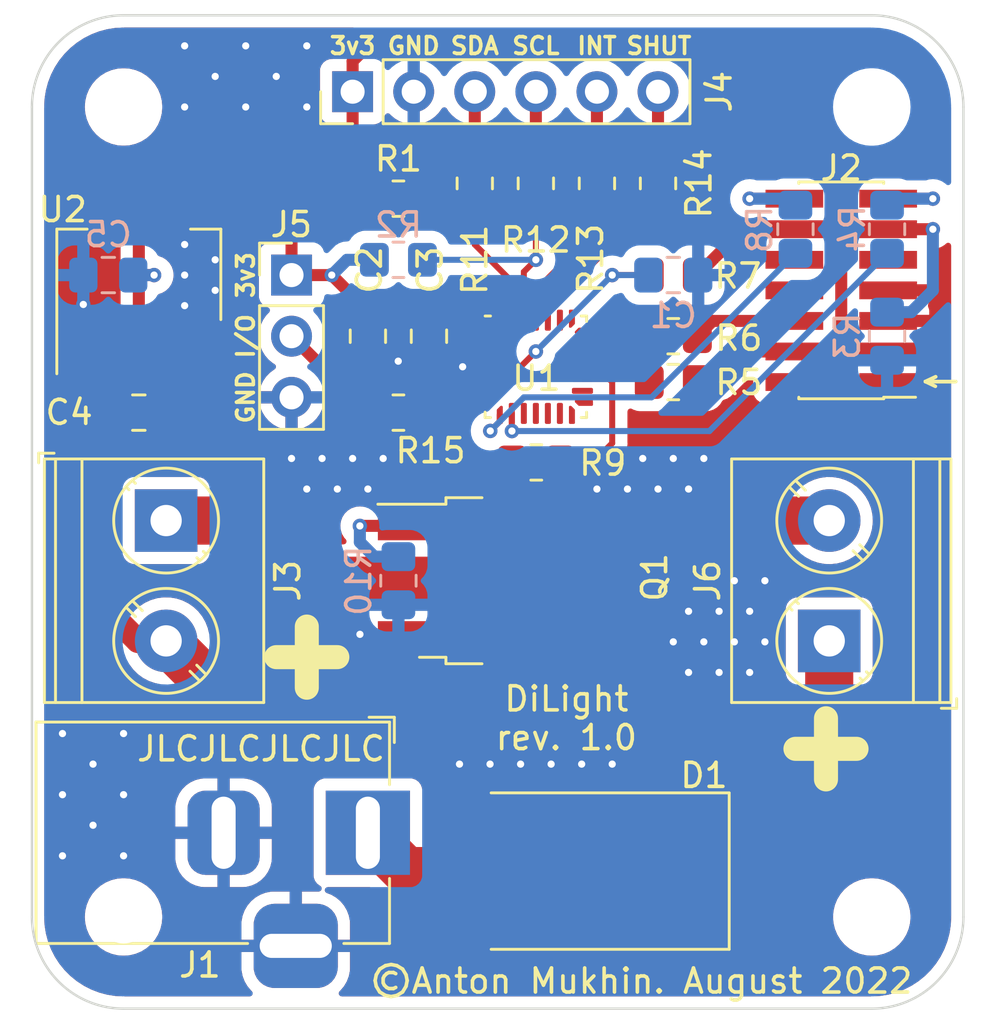
<source format=kicad_pcb>
(kicad_pcb (version 20211014) (generator pcbnew)
  (layers (0 "F.Cu" signal) (31 "B.Cu" signal) (34 "B.Paste" user) (35 "F.Paste" user) (36 "B.SilkS" user "B.Silkscreen") (37 "F.SilkS" user "F.Silkscreen") (38 "B.Mask" user) (39 "F.Mask" user) (44 "Edge.Cuts" user))
  (net 0 "")
  (net 1 "NRST")
  (net 2 "GND")
  (net 3 "+3V3")
  (net 4 "+12V")
  (net 5 "Net-(D1-Pad2)")
  (net 8 "Net-(J2-Pad4)")
  (net 9 "Net-(J2-Pad6)")
  (net 13 "Net-(J2-Pad11)")
  (net 14 "Net-(J2-Pad12)")
  (net 15 "Net-(J2-Pad13)")
  (net 16 "Net-(J2-Pad14)")
  (net 17 "Net-(J5-Pad2)")
  (net 18 "Sens_SDA")
  (net 19 "Sens_SCL")
  (net 20 "UART_RX")
  (net 21 "SWDIO")
  (net 22 "SWCLK")
  (net 23 "UART_TX")
  (net 24 "Net-(R9-Pad1)")
  (net 25 "Sens_INT")
  (net 26 "Sens_SHUT")
  (net 27 "Btn_INT")
  (net 43 "Net-(R10-Pad1)")
  (net 44 "Net-(Q1-Pad2)")
  (net 45 "Net-(R11-Pad2)")
  (net 46 "Net-(R12-Pad2)")
  (net 47 "Net-(R13-Pad2)")
  (net 48 "Net-(R14-Pad2)")
  (footprint "Capacitor_SMD:C_0805_2012Metric_Pad1.18x1.45mm_HandSolder" (layer "F.Cu") (at 27.305 26.67 -90)
    (fp_text reference "C2" (at -2.748692 -0.061542 90) (layer "F.SilkS"))
    (fp_text value "4u7")
    (pad "1" smd roundrect (at -1.0375 0 270) (size 1.175 1.45) (layers "F.Cu" "F.Paste" "F.Mask") (roundrect_rratio 0.212766) (net 3 "+3V3"))
    (pad "2" smd roundrect (at 1.0375 0 270) (size 1.175 1.45) (layers "F.Cu" "F.Paste" "F.Mask") (roundrect_rratio 0.212766) (net 2 "GND"))
  )
  (footprint "Resistor_SMD:R_0805_2012Metric_Pad1.20x1.40mm_HandSolder" (layer "F.Cu") (at 40.005 24.13)
    (fp_text reference "R7" (at 2.689273 0.040732) (layer "F.SilkS"))
    (fp_text value "22")
    (pad "1" smd roundrect (at -1 0) (size 1.2 1.4) (layers "F.Cu" "F.Paste" "F.Mask") (roundrect_rratio 0.208333) (net 1 "NRST"))
    (pad "2" smd roundrect (at 1 0) (size 1.2 1.4) (layers "F.Cu" "F.Paste" "F.Mask") (roundrect_rratio 0.208333) (net 14 "Net-(J2-Pad12)"))
  )
  (footprint "MountingHole:MountingHole_2.2mm_M2_DIN965" (layer "F.Cu") (at 17.145 50.8)
    (fp_text reference "H3" hide)
    (fp_text value "M2")
    (pad "" np_thru_hole circle (at 0 0) (size 2.2 2.2) (drill 2.2) (layers *.Cu *.Mask))
  )
  (footprint "Diode_SMD:D_SMB-SMC_Universal_Handsoldering" (layer "F.Cu") (at 36.83 48.895 180)
    (fp_text reference "D1" (at -4.450793 3.976894) (layer "F.SilkS"))
    (fp_text value "SS1045")
    (pad "1" smd trapezoid (at -3.2 0 180) (size 4.3 2.6) (rect_delta 1 0) (layers "F.Cu" "F.Paste" "F.Mask") (net 4 "+12V"))
    (pad "2" smd trapezoid (at 3.2 0) (size 4.3 2.6) (rect_delta 1 0) (layers "F.Cu" "F.Paste" "F.Mask") (net 5 "Net-(D1-Pad2)"))
  )
  (footprint "Capacitor_SMD:C_0805_2012Metric_Pad1.18x1.45mm_HandSolder" (layer "F.Cu") (at 17.78 29.845 180)
    (fp_text reference "C4" (at 2.898973 0.009814) (layer "F.SilkS"))
    (fp_text value "10u")
    (pad "1" smd roundrect (at -1.0375 0 180) (size 1.175 1.45) (layers "F.Cu" "F.Paste" "F.Mask") (roundrect_rratio 0.212766) (net 4 "+12V"))
    (pad "2" smd roundrect (at 1.0375 0 180) (size 1.175 1.45) (layers "F.Cu" "F.Paste" "F.Mask") (roundrect_rratio 0.212766) (net 2 "GND"))
  )
  (footprint "Package_TO_SOT_SMD:SOT-223-3_TabPin2" (layer "F.Cu") (at 17.78 24.13 90)
    (fp_text reference "U2" (at 2.721496 -3.164771 180) (layer "F.SilkS"))
    (fp_text value "AMS1117-3.3")
    (pad "1" smd rect (at -3.15 -2.3 90) (size 2 1.5) (layers "F.Cu" "F.Paste" "F.Mask") (net 2 "GND"))
    (pad "2" smd rect (at -3.15 0 90) (size 2 1.5) (layers "F.Cu" "F.Paste" "F.Mask") (net 3 "+3V3"))
    (pad "2" smd rect (at 3.15 0 90) (size 2 3.8) (layers "F.Cu" "F.Paste" "F.Mask") (net 3 "+3V3"))
    (pad "3" smd rect (at -3.15 2.3 90) (size 2 1.5) (layers "F.Cu" "F.Paste" "F.Mask") (net 4 "+12V"))
  )
  (footprint "Resistor_SMD:R_0805_2012Metric_Pad1.20x1.40mm_HandSolder" (layer "F.Cu") (at 28.575 20.955)
    (fp_text reference "R1" (at 0 -1.65) (layer "F.SilkS"))
    (fp_text value "10k")
    (pad "1" smd roundrect (at -1 0) (size 1.2 1.4) (layers "F.Cu" "F.Paste" "F.Mask") (roundrect_rratio 0.208333) (net 3 "+3V3"))
    (pad "2" smd roundrect (at 1 0) (size 1.2 1.4) (layers "F.Cu" "F.Paste" "F.Mask") (roundrect_rratio 0.208333) (net 18 "Sens_SDA"))
  )
  (footprint "MountingHole:MountingHole_2.2mm_M2_DIN965" (layer "F.Cu") (at 48.26 50.8)
    (fp_text reference "H4" hide)
    (fp_text value "M2")
    (pad "" np_thru_hole circle (at 0 0) (size 2.2 2.2) (drill 2.2) (layers *.Cu *.Mask))
  )
  (footprint "Resistor_SMD:R_0805_2012Metric_Pad1.20x1.40mm_HandSolder" (layer "F.Cu") (at 34.29 20.32 90)
    (fp_text reference "R12" (at -2.352414 -0.002958 180) (layer "F.SilkS"))
    (fp_text value "100")
    (pad "1" smd roundrect (at -1 0 90) (size 1.2 1.4) (layers "F.Cu" "F.Paste" "F.Mask") (roundrect_rratio 0.208333) (net 19 "Sens_SCL"))
    (pad "2" smd roundrect (at 1 0 90) (size 1.2 1.4) (layers "F.Cu" "F.Paste" "F.Mask") (roundrect_rratio 0.208333) (net 46 "Net-(R12-Pad2)"))
  )
  (footprint "Connector_PinHeader_2.54mm:PinHeader_1x06_P2.54mm_Vertical" (layer "F.Cu") (at 26.67 16.51 90)
    (fp_text reference "J4" (at 0 15.24 90) (layer "F.SilkS"))
    (fp_text value "Sensor")
    (pad "1" thru_hole rect (at 0 0 90) (size 1.7 1.7) (drill 1) (layers *.Cu *.Mask) (net 3 "+3V3"))
    (pad "2" thru_hole oval (at 0 2.54 90) (size 1.7 1.7) (drill 1) (layers *.Cu *.Mask) (net 2 "GND"))
    (pad "3" thru_hole oval (at 0 5.08 90) (size 1.7 1.7) (drill 1) (layers *.Cu *.Mask) (net 45 "Net-(R11-Pad2)"))
    (pad "4" thru_hole oval (at 0 7.62 90) (size 1.7 1.7) (drill 1) (layers *.Cu *.Mask) (net 46 "Net-(R12-Pad2)"))
    (pad "5" thru_hole oval (at 0 10.16 90) (size 1.7 1.7) (drill 1) (layers *.Cu *.Mask) (net 47 "Net-(R13-Pad2)"))
    (pad "6" thru_hole oval (at 0 12.7 90) (size 1.7 1.7) (drill 1) (layers *.Cu *.Mask) (net 48 "Net-(R14-Pad2)"))
  )
  (footprint "Resistor_SMD:R_0805_2012Metric_Pad1.20x1.40mm_HandSolder" (layer "F.Cu") (at 28.575 29.845)
    (fp_text reference "R15" (at 1.335562 1.583507) (layer "F.SilkS"))
    (fp_text value "100")
    (pad "1" smd roundrect (at -1 0) (size 1.2 1.4) (layers "F.Cu" "F.Paste" "F.Mask") (roundrect_rratio 0.208333) (net 17 "Net-(J5-Pad2)"))
    (pad "2" smd roundrect (at 1 0) (size 1.2 1.4) (layers "F.Cu" "F.Paste" "F.Mask") (roundrect_rratio 0.208333) (net 27 "Btn_INT"))
  )
  (footprint "Resistor_SMD:R_0805_2012Metric_Pad1.20x1.40mm_HandSolder" (layer "F.Cu") (at 36.83 20.32 90)
    (fp_text reference "R13" (at -3.132788 -0.264265 90) (layer "F.SilkS"))
    (fp_text value "100")
    (pad "1" smd roundrect (at -1 0 90) (size 1.2 1.4) (layers "F.Cu" "F.Paste" "F.Mask") (roundrect_rratio 0.208333) (net 25 "Sens_INT"))
    (pad "2" smd roundrect (at 1 0 90) (size 1.2 1.4) (layers "F.Cu" "F.Paste" "F.Mask") (roundrect_rratio 0.208333) (net 47 "Net-(R13-Pad2)"))
  )
  (footprint "MountingHole:MountingHole_2.2mm_M2_DIN965" (layer "F.Cu") (at 48.26 17.145)
    (fp_text reference "H2" hide)
    (fp_text value "M2")
    (pad "" np_thru_hole circle (at 0 0) (size 2.2 2.2) (drill 2.2) (layers *.Cu *.Mask))
  )
  (footprint "Connector_PinHeader_2.54mm:PinHeader_1x03_P2.54mm_Vertical" (layer "F.Cu") (at 24.13 24.13)
    (fp_text reference "J5" (at -0.009814 -2.097197) (layer "F.SilkS"))
    (fp_text value "Touch")
    (pad "1" thru_hole rect (at 0 0) (size 1.7 1.7) (drill 1) (layers *.Cu *.Mask) (net 3 "+3V3"))
    (pad "2" thru_hole oval (at 0 2.54) (size 1.7 1.7) (drill 1) (layers *.Cu *.Mask) (net 17 "Net-(J5-Pad2)"))
    (pad "3" thru_hole oval (at 0 5.08) (size 1.7 1.7) (drill 1) (layers *.Cu *.Mask) (net 2 "GND"))
  )
  (footprint "Package_TO_SOT_SMD:TO-252-2" (layer "F.Cu") (at 33.02 36.83)
    (fp_text reference "Q1" (at 6.208229 -0.141771 270) (layer "F.SilkS"))
    (fp_text value "AP2055K")
    (pad "1" smd rect (at -4.2 -2.28) (size 2.2 1.2) (layers "F.Cu" "F.Paste" "F.Mask") (net 43 "Net-(R10-Pad1)"))
    (pad "2" smd rect (at 2.1 0) (size 6.4 5.8) (layers "F.Cu" "F.Mask") (net 44 "Net-(Q1-Pad2)"))
    (pad "3" smd rect (at -4.2 2.28) (size 2.2 1.2) (layers "F.Cu" "F.Paste" "F.Mask") (net 2 "GND"))
  )
  (footprint "TerminalBlock_Phoenix:TerminalBlock_Phoenix_PT-1,5-2-5.0-H_1x02_P5.00mm_Horizontal" (layer "F.Cu") (at 18.915 34.33 -90)
    (fp_text reference "J3" (at 2.5 -5.06 -90) (layer "F.SilkS"))
    (fp_text value "LED strip")
    (pad "1" thru_hole rect (at 0 0 270) (size 2.6 2.6) (drill 1.3) (layers *.Cu *.Mask) (net 44 "Net-(Q1-Pad2)"))
    (pad "2" thru_hole circle (at 5 0 270) (size 2.6 2.6) (drill 1.3) (layers *.Cu *.Mask) (net 4 "+12V"))
  )
  (footprint "TerminalBlock_Phoenix:TerminalBlock_Phoenix_PT-1,5-2-5.0-H_1x02_P5.00mm_Horizontal" (layer "F.Cu") (at 46.49 39.33 90)
    (fp_text reference "J6" (at 2.5 -5.06 90) (layer "F.SilkS"))
    (fp_text value "LED strip")
    (pad "1" thru_hole rect (at 0 0 90) (size 2.6 2.6) (drill 1.3) (layers *.Cu *.Mask) (net 4 "+12V"))
    (pad "2" thru_hole circle (at 5 0 90) (size 2.6 2.6) (drill 1.3) (layers *.Cu *.Mask) (net 44 "Net-(Q1-Pad2)"))
  )
  (footprint "Capacitor_SMD:C_0805_2012Metric_Pad1.18x1.45mm_HandSolder" (layer "F.Cu") (at 29.845 26.67 -90)
    (fp_text reference "C3" (at -2.748692 -0.049954 90) (layer "F.SilkS"))
    (fp_text value "100n")
    (pad "1" smd roundrect (at -1.0375 0 270) (size 1.175 1.45) (layers "F.Cu" "F.Paste" "F.Mask") (roundrect_rratio 0.212766) (net 3 "+3V3"))
    (pad "2" smd roundrect (at 1.0375 0 270) (size 1.175 1.45) (layers "F.Cu" "F.Paste" "F.Mask") (roundrect_rratio 0.212766) (net 2 "GND"))
  )
  (footprint "Resistor_SMD:R_0805_2012Metric_Pad1.20x1.40mm_HandSolder" (layer "F.Cu") (at 40.005 28.575)
    (fp_text reference "R5" (at 2.726402 0.019627) (layer "F.SilkS"))
    (fp_text value "22")
    (pad "1" smd roundrect (at -1 0) (size 1.2 1.4) (layers "F.Cu" "F.Paste" "F.Mask") (roundrect_rratio 0.208333) (net 21 "SWDIO"))
    (pad "2" smd roundrect (at 1 0) (size 1.2 1.4) (layers "F.Cu" "F.Paste" "F.Mask") (roundrect_rratio 0.208333) (net 8 "Net-(J2-Pad4)"))
  )
  (footprint "Connector_BarrelJack:BarrelJack_Horizontal" (layer "F.Cu") (at 27.305 47.3025)
    (fp_text reference "J1" (at -6.985 5.494425) (layer "F.SilkS"))
    (fp_text value "12v IN")
    (pad "1" thru_hole rect (at 0 0) (size 3.5 3.5) (drill oval 1 3) (layers *.Cu *.Mask) (net 5 "Net-(D1-Pad2)"))
    (pad "2" thru_hole roundrect (at -6 0) (size 3 3.5) (drill oval 1 3) (layers *.Cu *.Mask) (net 2 "GND"))
    (pad "3" thru_hole roundrect (at -3 4.7) (size 3.5 3.5) (drill oval 3 1) (layers *.Cu *.Mask) (net 2 "GND"))
  )
  (footprint "Resistor_SMD:R_0805_2012Metric_Pad1.20x1.40mm_HandSolder" (layer "F.Cu") (at 39.37 20.32 90)
    (fp_text reference "R14" (at -0.000887 1.701095 90) (layer "F.SilkS"))
    (fp_text value "100")
    (pad "1" smd roundrect (at -1 0 90) (size 1.2 1.4) (layers "F.Cu" "F.Paste" "F.Mask") (roundrect_rratio 0.208333) (net 26 "Sens_SHUT"))
    (pad "2" smd roundrect (at 1 0 90) (size 1.2 1.4) (layers "F.Cu" "F.Paste" "F.Mask") (roundrect_rratio 0.208333) (net 48 "Net-(R14-Pad2)"))
  )
  (footprint "Package_DFN_QFN:QFN-28_4x4mm_P0.5mm" (layer "F.Cu") (at 34.29 27.94)
    (fp_text reference "U1" (at 0.021872 0.476263) (layer "F.SilkS"))
    (fp_text value "STM32G031G8Ux")
    (pad "1" smd custom (at -1.9975 -1.5) (size 0.136863 0.136863) (layers "F.Cu" "F.Paste" "F.Mask") (options (clearance outline) (anchor circle)) (primitives (gr_poly (pts (xy 0.3325 0.05364) (xy 0.3325 0.08) (xy -0.3325 0.08) (xy -0.3325 -0.08) (xy 0.19886 -0.08)) (width 0.09) (fill yes))))
    (pad "2" smd roundrect (at -1.9375 -1) (size 0.875 0.25) (layers "F.Cu" "F.Paste" "F.Mask"))
    (pad "3" smd roundrect (at -1.9375 -0.5) (size 0.875 0.25) (layers "F.Cu" "F.Paste" "F.Mask") (net 3 "+3V3"))
    (pad "4" smd roundrect (at -1.9375 0) (size 0.875 0.25) (layers "F.Cu" "F.Paste" "F.Mask") (net 2 "GND"))
    (pad "5" smd roundrect (at -1.9375 0.5) (size 0.875 0.25) (layers "F.Cu" "F.Paste" "F.Mask") (net 1 "NRST"))
    (pad "6" smd roundrect (at -1.9375 1) (size 0.875 0.25) (layers "F.Cu" "F.Paste" "F.Mask") (net 27 "Btn_INT"))
    (pad "7" smd custom (at -1.9975 1.5) (size 0.136863 0.136863) (layers "F.Cu" "F.Paste" "F.Mask") (options (clearance outline) (anchor circle)) (primitives (gr_poly (pts (xy 0.3325 -0.05364) (xy 0.19886 0.08) (xy -0.3325 0.08) (xy -0.3325 -0.08) (xy 0.3325 -0.08)) (width 0.09) (fill yes))))
    (pad "8" smd custom (at -1.5 1.9975) (size 0.136863 0.136863) (layers "F.Cu" "F.Paste" "F.Mask") (net 23 "UART_TX") (options (clearance outline) (anchor circle)) (primitives (gr_poly (pts (xy 0.08 0.3325) (xy -0.08 0.3325) (xy -0.08 -0.19886) (xy 0.05364 -0.3325) (xy 0.08 -0.3325)) (width 0.09) (fill yes))))
    (pad "9" smd roundrect (at -1 1.9375) (size 0.25 0.875) (layers "F.Cu" "F.Paste" "F.Mask") (net 20 "UART_RX"))
    (pad "10" smd roundrect (at -0.5 1.9375) (size 0.25 0.875) (layers "F.Cu" "F.Paste" "F.Mask"))
    (pad "11" smd roundrect (at 0 1.9375) (size 0.25 0.875) (layers "F.Cu" "F.Paste" "F.Mask"))
    (pad "12" smd roundrect (at 0.5 1.9375) (size 0.25 0.875) (layers "F.Cu" "F.Paste" "F.Mask"))
    (pad "13" smd roundrect (at 1 1.9375) (size 0.25 0.875) (layers "F.Cu" "F.Paste" "F.Mask"))
    (pad "14" smd custom (at 1.5 1.9975) (size 0.136863 0.136863) (layers "F.Cu" "F.Paste" "F.Mask") (options (clearance outline) (anchor circle)) (primitives (gr_poly (pts (xy 0.08 -0.19886) (xy 0.08 0.3325) (xy -0.08 0.3325) (xy -0.08 -0.3325) (xy -0.05364 -0.3325)) (width 0.09) (fill yes))))
    (pad "15" smd custom (at 1.9975 1.5) (size 0.136863 0.136863) (layers "F.Cu" "F.Paste" "F.Mask") (options (clearance outline) (anchor circle)) (primitives (gr_poly (pts (xy 0.3325 0.08) (xy -0.19886 0.08) (xy -0.3325 -0.05364) (xy -0.3325 -0.08) (xy 0.3325 -0.08)) (width 0.09) (fill yes))))
    (pad "16" smd roundrect (at 1.9375 1) (size 0.875 0.25) (layers "F.Cu" "F.Paste" "F.Mask"))
    (pad "17" smd roundrect (at 1.9375 0.5) (size 0.875 0.25) (layers "F.Cu" "F.Paste" "F.Mask") (net 24 "Net-(R9-Pad1)"))
    (pad "18" smd roundrect (at 1.9375 0) (size 0.875 0.25) (layers "F.Cu" "F.Paste" "F.Mask"))
    (pad "19" smd roundrect (at 1.9375 -0.5) (size 0.875 0.25) (layers "F.Cu" "F.Paste" "F.Mask"))
    (pad "20" smd roundrect (at 1.9375 -1) (size 0.875 0.25) (layers "F.Cu" "F.Paste" "F.Mask") (net 21 "SWDIO"))
    (pad "21" smd custom (at 1.9975 -1.5) (size 0.136863 0.136863) (layers "F.Cu" "F.Paste" "F.Mask") (net 22 "SWCLK") (options (clearance outline) (anchor circle)) (primitives (gr_poly (pts (xy 0.3325 0.08) (xy -0.3325 0.08) (xy -0.3325 0.05364) (xy -0.19886 -0.08) (xy 0.3325 -0.08)) (width 0.09) (fill yes))))
    (pad "22" smd custom (at 1.5 -1.9975) (size 0.136863 0.136863) (layers "F.Cu" "F.Paste" "F.Mask") (options (clearance outline) (anchor circle)) (primitives (gr_poly (pts (xy 0.08 0.19886) (xy -0.05364 0.3325) (xy -0.08 0.3325) (xy -0.08 -0.3325) (xy 0.08 -0.3325)) (width 0.09) (fill yes))))
    (pad "23" smd roundrect (at 1 -1.9375) (size 0.25 0.875) (layers "F.Cu" "F.Paste" "F.Mask"))
    (pad "24" smd roundrect (at 0.5 -1.9375) (size 0.25 0.875) (layers "F.Cu" "F.Paste" "F.Mask") (net 26 "Sens_SHUT"))
    (pad "25" smd roundrect (at 0 -1.9375) (size 0.25 0.875) (layers "F.Cu" "F.Paste" "F.Mask") (net 25 "Sens_INT"))
    (pad "26" smd roundrect (at -0.5 -1.9375) (size 0.25 0.875) (layers "F.Cu" "F.Paste" "F.Mask") (net 19 "Sens_SCL"))
    (pad "27" smd roundrect (at -1 -1.9375) (size 0.25 0.875) (layers "F.Cu" "F.Paste" "F.Mask") (net 18 "Sens_SDA"))
    (pad "28" smd custom (at -1.5 -1.9975) (size 0.136863 0.136863) (layers "F.Cu" "F.Paste" "F.Mask") (options (clearance outline) (anchor circle)) (primitives (gr_poly (pts (xy 0.08 0.3325) (xy 0.05364 0.3325) (xy -0.08 0.19886) (xy -0.08 -0.3325) (xy 0.08 -0.3325)) (width 0.09) (fill yes))))
  )
  (footprint "Resistor_SMD:R_0805_2012Metric_Pad1.20x1.40mm_HandSolder" (layer "F.Cu") (at 34.307381 31.913878 180)
    (fp_text reference "R9" (at -2.767015 -0.029676) (layer "F.SilkS"))
    (fp_text value "100")
    (pad "1" smd roundrect (at -1 0 180) (size 1.2 1.4) (layers "F.Cu" "F.Paste" "F.Mask") (roundrect_rratio 0.208333) (net 24 "Net-(R9-Pad1)"))
    (pad "2" smd roundrect (at 1 0 180) (size 1.2 1.4) (layers "F.Cu" "F.Paste" "F.Mask") (roundrect_rratio 0.208333) (net 43 "Net-(R10-Pad1)"))
  )
  (footprint "MountingHole:MountingHole_2.2mm_M2_DIN965" (layer "F.Cu") (at 17.145 17.145)
    (fp_text reference "H1" hide)
    (fp_text value "M2")
    (pad "" np_thru_hole circle (at 0 0) (size 2.2 2.2) (drill 2.2) (layers *.Cu *.Mask))
  )
  (footprint "Connector_PinHeader_1.27mm:PinHeader_2x07_P1.27mm_Vertical_SMD" (layer "F.Cu") (at 46.99 24.765 180)
    (fp_text reference "J2" (at 0 5.08) (layer "F.SilkS"))
    (fp_text value "ST Link V3")
    (pad "1" smd rect (at -1.95 -3.81 180) (size 2.4 0.74) (layers "F.Cu" "F.Paste" "F.Mask"))
    (pad "2" smd rect (at 1.95 -3.81 180) (size 2.4 0.74) (layers "F.Cu" "F.Paste" "F.Mask"))
    (pad "3" smd rect (at -1.95 -2.54 180) (size 2.4 0.74) (layers "F.Cu" "F.Paste" "F.Mask") (net 3 "+3V3"))
    (pad "4" smd rect (at 1.95 -2.54 180) (size 2.4 0.74) (layers "F.Cu" "F.Paste" "F.Mask") (net 8 "Net-(J2-Pad4)"))
    (pad "5" smd rect (at -1.95 -1.27 180) (size 2.4 0.74) (layers "F.Cu" "F.Paste" "F.Mask") (net 2 "GND"))
    (pad "6" smd rect (at 1.95 -1.27 180) (size 2.4 0.74) (layers "F.Cu" "F.Paste" "F.Mask") (net 9 "Net-(J2-Pad6)"))
    (pad "7" smd rect (at -1.95 0 180) (size 2.4 0.74) (layers "F.Cu" "F.Paste" "F.Mask") (net 2 "GND"))
    (pad "8" smd rect (at 1.95 0 180) (size 2.4 0.74) (layers "F.Cu" "F.Paste" "F.Mask"))
    (pad "9" smd rect (at -1.95 1.27 180) (size 2.4 0.74) (layers "F.Cu" "F.Paste" "F.Mask"))
    (pad "10" smd rect (at 1.95 1.27 180) (size 2.4 0.74) (layers "F.Cu" "F.Paste" "F.Mask"))
    (pad "11" smd rect (at -1.95 2.54 180) (size 2.4 0.74) (layers "F.Cu" "F.Paste" "F.Mask") (net 13 "Net-(J2-Pad11)"))
    (pad "12" smd rect (at 1.95 2.54 180) (size 2.4 0.74) (layers "F.Cu" "F.Paste" "F.Mask") (net 14 "Net-(J2-Pad12)"))
    (pad "13" smd rect (at -1.95 3.81 180) (size 2.4 0.74) (layers "F.Cu" "F.Paste" "F.Mask") (net 15 "Net-(J2-Pad13)"))
    (pad "14" smd rect (at 1.95 3.81 180) (size 2.4 0.74) (layers "F.Cu" "F.Paste" "F.Mask") (net 16 "Net-(J2-Pad14)"))
  )
  (footprint "Resistor_SMD:R_0805_2012Metric_Pad1.20x1.40mm_HandSolder" (layer "F.Cu") (at 40.005 26.67)
    (fp_text reference "R6" (at 2.726402 0.082944) (layer "F.SilkS"))
    (fp_text value "22")
    (pad "1" smd roundrect (at -1 0) (size 1.2 1.4) (layers "F.Cu" "F.Paste" "F.Mask") (roundrect_rratio 0.208333) (net 22 "SWCLK"))
    (pad "2" smd roundrect (at 1 0) (size 1.2 1.4) (layers "F.Cu" "F.Paste" "F.Mask") (roundrect_rratio 0.208333) (net 9 "Net-(J2-Pad6)"))
  )
  (footprint "Resistor_SMD:R_0805_2012Metric_Pad1.20x1.40mm_HandSolder" (layer "F.Cu") (at 31.75 20.32 90)
    (fp_text reference "R11" (at -3.175 0 270) (layer "F.SilkS"))
    (fp_text value "100")
    (pad "1" smd roundrect (at -1 0 90) (size 1.2 1.4) (layers "F.Cu" "F.Paste" "F.Mask") (roundrect_rratio 0.208333) (net 18 "Sens_SDA"))
    (pad "2" smd roundrect (at 1 0 90) (size 1.2 1.4) (layers "F.Cu" "F.Paste" "F.Mask") (roundrect_rratio 0.208333) (net 45 "Net-(R11-Pad2)"))
  )
  (footprint "Resistor_SMD:R_0805_2012Metric_Pad1.20x1.40mm_HandSolder" (layer "B.Cu") (at 28.575 36.83 -90)
    (fp_text reference "R10" (at 0 1.65 90) (layer "B.SilkS") (effects (justify mirror)))
    (fp_text value "10k")
    (pad "1" smd roundrect (at -1 0 270) (size 1.2 1.4) (layers "B.Cu" "B.Paste" "B.Mask") (roundrect_rratio 0.208333) (net 43 "Net-(R10-Pad1)"))
    (pad "2" smd roundrect (at 1 0 270) (size 1.2 1.4) (layers "B.Cu" "B.Paste" "B.Mask") (roundrect_rratio 0.208333) (net 2 "GND"))
  )
  (footprint "Capacitor_SMD:C_0805_2012Metric_Pad1.18x1.45mm_HandSolder" (layer "B.Cu") (at 40.005 24.13)
    (fp_text reference "C1" (at 0 1.68) (layer "B.SilkS") (effects (justify mirror)))
    (fp_text value "100n")
    (pad "1" smd roundrect (at -1.0375 0) (size 1.175 1.45) (layers "B.Cu" "B.Paste" "B.Mask") (roundrect_rratio 0.212766) (net 1 "NRST"))
    (pad "2" smd roundrect (at 1.0375 0) (size 1.175 1.45) (layers "B.Cu" "B.Paste" "B.Mask") (roundrect_rratio 0.212766) (net 2 "GND"))
  )
  (footprint "Capacitor_SMD:C_0805_2012Metric_Pad1.18x1.45mm_HandSolder" (layer "B.Cu") (at 16.51 24.13 180)
    (fp_text reference "C5" (at 0 1.68) (layer "B.SilkS") (effects (justify mirror)))
    (fp_text value "10u")
    (pad "1" smd roundrect (at -1.0375 0 180) (size 1.175 1.45) (layers "B.Cu" "B.Paste" "B.Mask") (roundrect_rratio 0.212766) (net 3 "+3V3"))
    (pad "2" smd roundrect (at 1.0375 0 180) (size 1.175 1.45) (layers "B.Cu" "B.Paste" "B.Mask") (roundrect_rratio 0.212766) (net 2 "GND"))
  )
  (footprint "Resistor_SMD:R_0805_2012Metric_Pad1.20x1.40mm_HandSolder" (layer "B.Cu") (at 48.895 26.67 -90)
    (fp_text reference "R3" (at 0 1.65 90) (layer "B.SilkS") (effects (justify mirror)))
    (fp_text value "100")
    (pad "1" smd roundrect (at -1 0 270) (size 1.2 1.4) (layers "B.Cu" "B.Paste" "B.Mask") (roundrect_rratio 0.208333) (net 13 "Net-(J2-Pad11)"))
    (pad "2" smd roundrect (at 1 0 270) (size 1.2 1.4) (layers "B.Cu" "B.Paste" "B.Mask") (roundrect_rratio 0.208333) (net 2 "GND"))
  )
  (footprint "Resistor_SMD:R_0805_2012Metric_Pad1.20x1.40mm_HandSolder" (layer "B.Cu") (at 48.895 22.225 -90)
    (fp_text reference "R4" (at -0.020515 1.437367 90) (layer "B.SilkS") (effects (justify mirror)))
    (fp_text value "22")
    (pad "1" smd roundrect (at -1 0 270) (size 1.2 1.4) (layers "B.Cu" "B.Paste" "B.Mask") (roundrect_rratio 0.208333) (net 15 "Net-(J2-Pad13)"))
    (pad "2" smd roundrect (at 1 0 270) (size 1.2 1.4) (layers "B.Cu" "B.Paste" "B.Mask") (roundrect_rratio 0.208333) (net 20 "UART_RX"))
  )
  (footprint "Resistor_SMD:R_0805_2012Metric_Pad1.20x1.40mm_HandSolder" (layer "B.Cu") (at 45.085 22.225 90)
    (fp_text reference "R8" (at -0.0107 -1.487618 90) (layer "B.SilkS") (effects (justify mirror)))
    (fp_text value "22")
    (pad "1" smd roundrect (at -1 0 90) (size 1.2 1.4) (layers "B.Cu" "B.Paste" "B.Mask") (roundrect_rratio 0.208333) (net 23 "UART_TX"))
    (pad "2" smd roundrect (at 1 0 90) (size 1.2 1.4) (layers "B.Cu" "B.Paste" "B.Mask") (roundrect_rratio 0.208333) (net 16 "Net-(J2-Pad14)"))
  )
  (footprint "Resistor_SMD:R_0805_2012Metric_Pad1.20x1.40mm_HandSolder" (layer "B.Cu") (at 28.575 23.495)
    (fp_text reference "R2" (at 0 -1.446294) (layer "B.SilkS") (effects (justify mirror)))
    (fp_text value "10k")
    (pad "1" smd roundrect (at -1 0) (size 1.2 1.4) (layers "B.Cu" "B.Paste" "B.Mask") (roundrect_rratio 0.208333) (net 3 "+3V3"))
    (pad "2" smd roundrect (at 1 0) (size 1.2 1.4) (layers "B.Cu" "B.Paste" "B.Mask") (roundrect_rratio 0.208333) (net 19 "Sens_SCL"))
  )
  (gr_line (start 45.085 43.815) (end 47.625 43.815) (layer "F.SilkS") (width 1))
  (gr_line (start 46.355 42.545) (end 46.355 45.085) (layer "F.SilkS") (width 1))
  (gr_line (start 23.495 40.005) (end 26.035 40.005) (layer "F.SilkS") (width 1))
  (gr_line (start 24.765 38.735) (end 24.765 41.275) (layer "F.SilkS") (width 1))
  (gr_line (start 50.488146 28.55419) (end 51.747149 28.55419) (layer "F.SilkS") (width 0.15))
  (gr_line (start 51.747149 28.55419) (end 50.488146 28.55419) (layer "F.SilkS") (width 0.15))
  (gr_line (start 50.488146 28.55419) (end 50.91475 28.356495) (layer "F.SilkS") (width 0.15))
  (gr_line (start 50.488146 28.55419) (end 50.904345 28.751884) (layer "F.SilkS") (width 0.15))
  (gr_line (start 50.91475 28.356495) (end 50.488146 28.55419) (layer "F.SilkS") (width 0.15))
  (gr_arc (start 48.26 13.335) (mid 50.954077 14.450923) (end 52.07 17.145) (layer "Edge.Cuts") (width 0.1))
  (gr_arc (start 17.145 54.61) (mid 14.450923 53.494077) (end 13.335 50.8) (layer "Edge.Cuts") (width 0.1))
  (gr_line (start 13.335 17.145) (end 13.335 50.8) (layer "Edge.Cuts") (width 0.1))
  (gr_line (start 52.07 50.8) (end 52.07 17.145) (layer "Edge.Cuts") (width 0.1))
  (gr_arc (start 13.335 17.145) (mid 14.450923 14.450923) (end 17.145 13.335) (layer "Edge.Cuts") (width 0.1))
  (gr_line (start 17.145 54.61) (end 48.26 54.61) (layer "Edge.Cuts") (width 0.1))
  (gr_arc (start 52.07 50.8) (mid 50.954077 53.494077) (end 48.26 54.61) (layer "Edge.Cuts") (width 0.1))
  (gr_line (start 48.26 13.335) (end 17.145 13.335) (layer "Edge.Cuts") (width 0.1))
  (gr_text "3v3" (at 22.225 24.13 90) (layer "F.SilkS") (effects (font (size 0.7 0.7))))
  (gr_text "SDA" (at 31.75 14.605) (layer "F.SilkS") (effects (font (size 0.7 0.7))))
  (gr_text "3v3" (at 26.67 14.605) (layer "F.SilkS") (effects (font (size 0.7 0.7))))
  (gr_text "JLCJLCJLCJLC" (at 22.86 43.815) (layer "F.SilkS") (effects (font (size 1 1))))
  (gr_text "DiLight\nrev. 1.0" (at 35.56 42.545) (layer "F.SilkS") (effects (font (size 1 1))))
  (gr_text "SCL" (at 34.29 14.605) (layer "F.SilkS") (effects (font (size 0.7 0.7))))
  (gr_text "GND" (at 22.225 29.21 90) (layer "F.SilkS") (effects (font (size 0.7 0.7))))
  (gr_text "INT" (at 36.83 14.605) (layer "F.SilkS") (effects (font (size 0.7 0.7))))
  (gr_text "SHUT" (at 39.405705 14.604999) (layer "F.SilkS") (effects (font (size 0.7 0.7))))
  (gr_text "GND" (at 29.21 14.605) (layer "F.SilkS") (effects (font (size 0.7 0.7))))
  (gr_text "©Anton Mukhin. August 2022" (at 38.677394 53.463781) (layer "F.SilkS") (effects (font (size 1 1))))
  (gr_text "I/O" (at 22.225 26.67 90) (layer "F.SilkS") (effects (font (size 0.7 0.7))))
  (segment (start 33.155 28.44) (end 34.29 27.305) (width 0.25) (layer "F.Cu") (net 1))
  (segment (start 32.3525 28.44) (end 33.155 28.44) (width 0.25) (layer "F.Cu") (net 1))
  (segment (start 39.005 24.13) (end 37.465 24.13) (width 0.25) (layer "F.Cu") (net 1))
  (via (at 37.465 24.13) (size 0.6) (drill 0.3) (layers "F.Cu" "B.Cu") (net 1))
  (via (at 34.29 27.305) (size 0.6) (drill 0.3) (layers "F.Cu" "B.Cu") (net 1))
  (segment (start 37.465 24.13) (end 38.9675 24.13) (width 0.25) (layer "B.Cu") (net 1))
  (segment (start 34.29 27.305) (end 37.465 24.13) (width 0.25) (layer "B.Cu") (net 1))
  (segment (start 28.824596 39.105404) (end 28.82 39.11) (width 0.5) (layer "F.Cu") (net 2))
  (segment (start 32.3525 27.94) (end 31.245 27.94) (width 0.25) (layer "F.Cu") (net 2))
  (segment (start 30.0775 27.94) (end 29.845 27.7075) (width 0.25) (layer "F.Cu") (net 2))
  (segment (start 31.245 27.94) (end 30.0775 27.94) (width 0.25) (layer "F.Cu") (net 2))
  (segment (start 15.471643 27.271643) (end 15.48 27.28) (width 0.5) (layer "F.Cu") (net 2))
  (segment (start 28.5675 27.7075) (end 29.845 27.7075) (width 0.5) (layer "F.Cu") (net 2))
  (segment (start 27.305 27.7075) (end 28.5675 27.7075) (width 0.5) (layer "F.Cu") (net 2))
  (segment (start 15.471643 25.350936) (end 15.471643 27.271643) (width 0.5) (layer "F.Cu") (net 2))
  (via (at 15.875 44.45) (size 0.6) (drill 0.3) (layers "F.Cu" "B.Cu") (net 2))
  (via (at 40.005 39.37) (size 0.6) (drill 0.3) (layers "F.Cu" "B.Cu") (net 2))
  (via (at 39.37 33.02) (size 0.6) (drill 0.3) (layers "F.Cu" "B.Cu") (net 2))
  (via (at 26.974621 39.057258) (size 0.6) (drill 0.3) (layers "F.Cu" "B.Cu") (net 2))
  (via (at 20.955 24.765) (size 0.6) (drill 0.3) (layers "F.Cu" "B.Cu") (net 2))
  (via (at 41.91 38.1) (size 0.6) (drill 0.3) (layers "F.Cu" "B.Cu") (net 2))
  (via (at 20.955 15.875) (size 0.6) (drill 0.3) (layers "F.Cu" "B.Cu") (net 2))
  (via (at 14.605 48.26) (size 0.6) (drill 0.3) (layers "F.Cu" "B.Cu") (net 2))
  (via (at 26.035 33.02) (size 0.6) (drill 0.3) (layers "F.Cu" "B.Cu") (net 2))
  (via (at 22.225 14.605) (size 0.6) (drill 0.3) (layers "F.Cu" "B.Cu") (net 2))
  (via (at 19.685 17.145) (size 0.6) (drill 0.3) (layers "F.Cu" "B.Cu") (net 2))
  (via (at 20.955 23.495) (size 0.6) (drill 0.3) (layers "F.Cu" "B.Cu") (net 2))
  (via (at 24.765 14.605) (size 0.6) (drill 0.3) (layers "F.Cu" "B.Cu") (net 2))
  (via (at 24.13 31.75) (size 0.6) (drill 0.3) (layers "F.Cu" "B.Cu") (net 2))
  (via (at 36.195 44.45) (size 0.6) (drill 0.3) (layers "F.Cu" "B.Cu") (net 2))
  (via (at 27.305 33.02) (size 0.6) (drill 0.3) (layers "F.Cu" "B.Cu") (net 2))
  (via (at 22.225 17.145) (size 0.6) (drill 0.3) (layers "F.Cu" "B.Cu") (net 2))
  (via (at 17.145 48.26) (size 0.6) (drill 0.3) (layers "F.Cu" "B.Cu") (net 2))
  (via (at 17.145 43.18) (size 0.6) (drill 0.3) (layers "F.Cu" "B.Cu") (net 2))
  (via (at 34.925 44.45) (size 0.6) (drill 0.3) (layers "F.Cu" "B.Cu") (net 2))
  (via (at 41.275 31.75) (size 0.6) (drill 0.3) (layers "F.Cu" "B.Cu") (net 2))
  (via (at 41.275 39.37) (size 0.6) (drill 0.3) (layers "F.Cu" "B.Cu") (net 2))
  (via (at 19.685 22.86) (size 0.6) (drill 0.3) (layers "F.Cu" "B.Cu") (net 2))
  (via (at 14.605 45.72) (size 0.6) (drill 0.3) (layers "F.Cu" "B.Cu") (net 2))
  (via (at 37.465 44.45) (size 0.6) (drill 0.3) (layers "F.Cu" "B.Cu") (net 2))
  (via (at 26.67 31.75) (size 0.6) (drill 0.3) (layers "F.Cu" "B.Cu") (net 2))
  (via (at 15.471643 25.350936) (size 0.6) (drill 0.3) (layers "F.Cu" "B.Cu") (net 2))
  (via (at 27.94 31.75) (size 0.6) (drill 0.3) (layers "F.Cu" "B.Cu") (net 2))
  (via (at 43.815 36.83) (size 0.6) (drill 0.3) (layers "F.Cu" "B.Cu") (net 2))
  (via (at 42.545 39.37) (size 0.6) (drill 0.3) (layers "F.Cu" "B.Cu") (net 2))
  (via (at 41.91 40.64) (size 0.6) (drill 0.3) (layers "F.Cu" "B.Cu") (net 2))
  (via (at 23.495 15.875) (size 0.6) (drill 0.3) (layers "F.Cu" "B.Cu") (net 2))
  (via (at 36.83 33.02) (size 0.6) (drill 0.3) (layers "F.Cu" "B.Cu") (net 2))
  (via (at 40.64 33.02) (size 0.6) (drill 0.3) (layers "F.Cu" "B.Cu") (net 2))
  (via (at 31.245 27.94) (size 0.6) (drill 0.3) (layers "F.Cu" "B.Cu") (net 2))
  (via (at 17.145 45.72) (size 0.6) (drill 0.3) (layers "F.Cu" "B.Cu") (net 2))
  (via (at 19.685 24.13) (size 0.6) (drill 0.3) (layers "F.Cu" "B.Cu") (net 2))
  (via (at 24.765 33.02) (size 0.6) (drill 0.3) (layers "F.Cu" "B.Cu") (net 2))
  (via (at 43.815 39.37) (size 0.6) (drill 0.3) (layers "F.Cu" "B.Cu") (net 2))
  (via (at 24.765 17.145) (size 0.6) (drill 0.3) (layers "F.Cu" "B.Cu") (net 2))
  (via (at 38.1 33.02) (size 0.6) (drill 0.3) (layers "F.Cu" "B.Cu") (net 2))
  (via (at 33.655 44.45) (size 0.6) (drill 0.3) (layers "F.Cu" "B.Cu") (net 2))
  (via (at 31.115 44.45) (size 0.6) (drill 0.3) (layers "F.Cu" "B.Cu") (net 2))
  (via (at 19.685 25.4) (size 0.6) (drill 0.3) (layers "F.Cu" "B.Cu") (net 2))
  (via (at 15.875 46.99) (size 0.6) (drill 0.3) (layers "F.Cu" "B.Cu") (net 2))
  (via (at 40.005 31.75) (size 0.6) (drill 0.3) (layers "F.Cu" "B.Cu") (net 2))
  (via (at 42.545 36.83) (size 0.6) (drill 0.3) (layers "F.Cu" "B.Cu") (net 2))
  (via (at 32.385 44.45) (size 0.6) (drill 0.3) (layers "F.Cu" "B.Cu") (net 2))
  (via (at 43.18 38.1) (size 0.6) (drill 0.3) (layers "F.Cu" "B.Cu") (net 2))
  (via (at 28.5675 27.7075) (size 0.6) (drill 0.3) (layers "F.Cu" "B.Cu") (net 2))
  (via (at 14.605 43.18) (size 0.6) (drill 0.3) (layers "F.Cu" "B.Cu") (net 2))
  (via (at 40.64 40.64) (size 0.6) (drill 0.3) (layers "F.Cu" "B.Cu") (net 2))
  (via (at 25.4 31.75) (size 0.6) (drill 0.3) (layers "F.Cu" "B.Cu") (net 2))
  (via (at 43.18 40.64) (size 0.6) (drill 0.3) (layers "F.Cu" "B.Cu") (net 2))
  (via (at 38.735 31.75) (size 0.6) (drill 0.3) (layers "F.Cu" "B.Cu") (net 2))
  (via (at 40.64 38.1) (size 0.6) (drill 0.3) (layers "F.Cu" "B.Cu") (net 2))
  (via (at 19.685 14.605) (size 0.6) (drill 0.3) (layers "F.Cu" "B.Cu") (net 2))
  (segment (start 15.4725 24.13) (end 15.4725 25.350079) (width 0.5) (layer "B.Cu") (net 2))
  (segment (start 15.4725 25.350079) (end 15.471643 25.350936) (width 0.5) (layer "B.Cu") (net 2))
  (segment (start 30.059492 25.6325) (end 29.845 25.6325) (width 0.25) (layer "F.Cu") (net 3))
  (segment (start 47.625 27.305) (end 46.99 26.67) (width 0.5) (layer "F.Cu") (net 3))
  (segment (start 24.155 20.98) (end 27.55 20.98) (width 0.5) (layer "F.Cu") (net 3))
  (segment (start 46.99 26.67) (end 46.99 20.435) (width 0.5) (layer "F.Cu") (net 3))
  (segment (start 27.305 14.605) (end 26.67 15.24) (width 0.5) (layer "F.Cu") (net 3))
  (segment (start 17.78 20.98) (end 17.78 24.13) (width 0.5) (layer "F.Cu") (net 3))
  (segment (start 41.16 14.605) (end 27.305 14.605) (width 0.5) (layer "F.Cu") (net 3))
  (segment (start 31.866992 27.44) (end 30.059492 25.6325) (width 0.25) (layer "F.Cu") (net 3))
  (segment (start 17.78 24.13) (end 18.415 24.13) (width 0.5) (layer "F.Cu") (net 3))
  (segment (start 27.55 20.98) (end 27.575 20.955) (width 0.5) (layer "F.Cu") (net 3))
  (segment (start 27.575 20.955) (end 27.305 20.955) (width 0.5) (layer "F.Cu") (net 3))
  (segment (start 17.78 24.13) (end 17.78 27.28) (width 0.5) (layer "F.Cu") (net 3))
  (segment (start 27.575 19.32) (end 26.67 18.415) (width 0.5) (layer "F.Cu") (net 3))
  (segment (start 32.3525 27.44) (end 31.866992 27.44) (width 0.25) (layer "F.Cu") (net 3))
  (segment (start 26.67 15.24) (end 26.67 16.51) (width 0.5) (layer "F.Cu") (net 3))
  (segment (start 24.13 21.005) (end 24.155 20.98) (width 0.5) (layer "F.Cu") (net 3))
  (segment (start 26.67 18.415) (end 26.67 16.51) (width 0.5) (layer "F.Cu") (net 3))
  (segment (start 46.99 20.435) (end 41.16 14.605) (width 0.5) (layer "F.Cu") (net 3))
  (segment (start 25.8025 24.13) (end 27.305 25.6325) (width 0.5) (layer "F.Cu") (net 3))
  (segment (start 24.13 24.13) (end 25.8025 24.13) (width 0.5) (layer "F.Cu") (net 3))
  (segment (start 27.305 25.6325) (end 29.845 25.6325) (width 0.5) (layer "F.Cu") (net 3))
  (segment (start 24.13 24.13) (end 24.13 21.005) (width 0.5) (layer "F.Cu") (net 3))
  (segment (start 17.78 20.98) (end 24.155 20.98) (width 0.5) (layer "F.Cu") (net 3))
  (segment (start 27.575 20.955) (end 27.575 19.32) (width 0.5) (layer "F.Cu") (net 3))
  (segment (start 48.94 27.305) (end 47.625 27.305) (width 0.5) (layer "F.Cu") (net 3))
  (via (at 25.8025 24.13) (size 0.6) (drill 0.3) (layers "F.Cu" "B.Cu") (net 3))
  (via (at 18.415 24.13) (size 0.6) (drill 0.3) (layers "F.Cu" "B.Cu") (net 3))
  (segment (start 18.415 24.13) (end 17.5475 24.13) (width 0.5) (layer "B.Cu") (net 3))
  (segment (start 26.4375 23.495) (end 25.8025 24.13) (width 0.5) (layer "B.Cu") (net 3))
  (segment (start 27.575 23.495) (end 26.4375 23.495) (width 0.5) (layer "B.Cu") (net 3))
  (segment (start 40.03 48.895) (end 42.545 48.895) (width 2) (layer "F.Cu") (net 4))
  (segment (start 38.735 41.91) (end 21.495 41.91) (width 2) (layer "F.Cu") (net 4))
  (segment (start 40.03 43.205) (end 38.735 41.91) (width 2) (layer "F.Cu") (net 4))
  (segment (start 20.08 27.28) (end 20.08 28.5825) (width 1) (layer "F.Cu") (net 4))
  (segment (start 20.08 28.5825) (end 18.8175 29.845) (width 1) (layer "F.Cu") (net 4))
  (segment (start 40.03 48.895) (end 40.03 43.205) (width 2) (layer "F.Cu") (net 4))
  (segment (start 46.49 44.95) (end 46.49 39.33) (width 2) (layer "F.Cu") (net 4))
  (segment (start 42.545 48.895) (end 46.49 44.95) (width 2) (layer "F.Cu") (net 4))
  (segment (start 15.875 33.02) (end 15.875 37.465) (width 1) (layer "F.Cu") (net 4))
  (segment (start 18.8175 29.845) (end 18.8175 30.0775) (width 1) (layer "F.Cu") (net 4))
  (segment (start 21.495 41.91) (end 18.915 39.33) (width 2) (layer "F.Cu") (net 4))
  (segment (start 18.8175 30.0775) (end 15.875 33.02) (width 1) (layer "F.Cu") (net 4))
  (segment (start 17.74 39.33) (end 18.915 39.33) (width 1) (layer "F.Cu") (net 4))
  (segment (start 15.875 37.465) (end 17.74 39.33) (width 1) (layer "F.Cu") (net 4))
  (segment (start 28.8975 48.895) (end 27.305 47.3025) (width 2) (layer "F.Cu") (net 5))
  (segment (start 33.63 48.895) (end 28.8975 48.895) (width 2) (layer "F.Cu") (net 5))
  (segment (start 41.91 28.575) (end 41.005 28.575) (width 0.5) (layer "F.Cu") (net 8))
  (segment (start 43.18 27.305) (end 41.91 28.575) (width 0.5) (layer "F.Cu") (net 8))
  (segment (start 45.04 27.305) (end 43.18 27.305) (width 0.5) (layer "F.Cu") (net 8))
  (segment (start 45.04 26.035) (end 41.64 26.035) (width 0.5) (layer "F.Cu") (net 9))
  (segment (start 41.64 26.035) (end 41.005 26.67) (width 0.5) (layer "F.Cu") (net 9))
  (segment (start 48.94 22.225) (end 50.8 22.225) (width 0.5) (layer "F.Cu") (net 13))
  (via (at 50.8 22.225) (size 0.6) (drill 0.3) (layers "F.Cu" "B.Cu") (net 13))
  (segment (start 50.8 24.765) (end 49.895 25.67) (width 0.5) (layer "B.Cu") (net 13))
  (segment (start 50.8 22.225) (end 50.8 24.765) (width 0.5) (layer "B.Cu") (net 13))
  (segment (start 49.895 25.67) (end 48.895 25.67) (width 0.5) (layer "B.Cu") (net 13))
  (segment (start 45.04 22.225) (end 42.91 22.225) (width 0.5) (layer "F.Cu") (net 14))
  (segment (start 42.91 22.225) (end 41.005 24.13) (width 0.5) (layer "F.Cu") (net 14))
  (segment (start 48.94 20.955) (end 50.8 20.955) (width 0.5) (layer "F.Cu") (net 15))
  (via (at 50.8 20.955) (size 0.6) (drill 0.3) (layers "F.Cu" "B.Cu") (net 15))
  (segment (start 49.165 20.955) (end 48.895 21.225) (width 0.5) (layer "B.Cu") (net 15))
  (segment (start 50.8 20.955) (end 49.165 20.955) (width 0.5) (layer "B.Cu") (net 15))
  (segment (start 45.04 20.955) (end 43.18 20.955) (width 0.5) (layer "F.Cu") (net 16))
  (via (at 43.18 20.955) (size 0.6) (drill 0.3) (layers "F.Cu" "B.Cu") (net 16))
  (segment (start 44.815 20.955) (end 45.085 21.225) (width 0.5) (layer "B.Cu") (net 16))
  (segment (start 43.18 20.955) (end 44.815 20.955) (width 0.5) (layer "B.Cu") (net 16))
  (segment (start 27.305 29.845) (end 27.575 29.845) (width 0.5) (layer "F.Cu") (net 17))
  (segment (start 24.13 26.67) (end 27.305 29.845) (width 0.5) (layer "F.Cu") (net 17))
  (segment (start 33.29 26.0025) (end 33.29 24.4) (width 0.25) (layer "F.Cu") (net 18))
  (segment (start 29.94 21.32) (end 29.575 20.955) (width 0.25) (layer "F.Cu") (net 18))
  (segment (start 33.29 24.4) (end 31.75 22.86) (width 0.25) (layer "F.Cu") (net 18))
  (segment (start 31.75 21.32) (end 29.94 21.32) (width 0.25) (layer "F.Cu") (net 18))
  (segment (start 31.75 22.86) (end 31.75 21.32) (width 0.25) (layer "F.Cu") (net 18))
  (segment (start 33.79 23.995) (end 34.29 23.495) (width 0.25) (layer "F.Cu") (net 19))
  (segment (start 34.29 23.495) (end 34.29 21.32) (width 0.25) (layer "F.Cu") (net 19))
  (segment (start 33.79 26.0025) (end 33.79 23.995) (width 0.25) (layer "F.Cu") (net 19))
  (via (at 34.29 23.495) (size 0.6) (drill 0.3) (layers "F.Cu" "B.Cu") (net 19))
  (segment (start 29.575 23.495) (end 34.29 23.495) (width 0.25) (layer "B.Cu") (net 19))
  (segment (start 33.29 29.8775) (end 33.29 30.606287) (width 0.25) (layer "F.Cu") (net 20))
  (segment (start 33.29 30.606287) (end 33.294595 30.610882) (width 0.25) (layer "F.Cu") (net 20))
  (via (at 33.294595 30.610882) (size 0.6) (drill 0.3) (layers "F.Cu" "B.Cu") (net 20))
  (segment (start 33.294595 30.610882) (end 41.509118 30.610882) (width 0.25) (layer "B.Cu") (net 20))
  (segment (start 41.509118 30.610882) (end 48.895 23.225) (width 0.25) (layer "B.Cu") (net 20))
  (segment (start 36.2275 26.94) (end 37.37 26.94) (width 0.25) (layer "F.Cu") (net 21))
  (segment (start 37.37 26.94) (end 39.005 28.575) (width 0.25) (layer "F.Cu") (net 21))
  (segment (start 38.775 26.44) (end 39.005 26.67) (width 0.25) (layer "F.Cu") (net 22))
  (segment (start 36.2875 26.44) (end 38.775 26.44) (width 0.25) (layer "F.Cu") (net 22))
  (segment (start 32.394248 30.606311) (end 32.79 30.210559) (width 0.25) (layer "F.Cu") (net 23))
  (segment (start 32.79 30.210559) (end 32.79 29.9375) (width 0.25) (layer "F.Cu") (net 23))
  (via (at 32.394248 30.606311) (size 0.6) (drill 0.3) (layers "F.Cu" "B.Cu") (net 23))
  (segment (start 33.790559 29.21) (end 39.1 29.21) (width 0.25) (layer "B.Cu") (net 23))
  (segment (start 32.394248 30.606311) (end 33.790559 29.21) (width 0.25) (layer "B.Cu") (net 23))
  (segment (start 39.1 29.21) (end 45.085 23.225) (width 0.25) (layer "B.Cu") (net 23))
  (segment (start 37.465 31.115) (end 36.666122 31.913878) (width 0.25) (layer "F.Cu") (net 24))
  (segment (start 37.465 28.575) (end 37.465 31.115) (width 0.25) (layer "F.Cu") (net 24))
  (segment (start 37.33 28.44) (end 37.465 28.575) (width 0.25) (layer "F.Cu") (net 24))
  (segment (start 36.2275 28.44) (end 37.33 28.44) (width 0.25) (layer "F.Cu") (net 24))
  (segment (start 36.666122 31.913878) (end 35.307381 31.913878) (width 0.25) (layer "F.Cu") (net 24))
  (segment (start 34.29 24.765) (end 36.83 22.225) (width 0.25) (layer "F.Cu") (net 25))
  (segment (start 36.83 22.225) (end 36.83 21.32) (width 0.25) (layer "F.Cu") (net 25))
  (segment (start 34.29 26.0025) (end 34.29 24.765) (width 0.25) (layer "F.Cu") (net 25))
  (segment (start 38.986992 21.32) (end 39.37 21.32) (width 0.25) (layer "F.Cu") (net 26))
  (segment (start 34.79 26.0025) (end 34.79 25.516992) (width 0.25) (layer "F.Cu") (net 26))
  (segment (start 34.79 25.516992) (end 38.986992 21.32) (width 0.25) (layer "F.Cu") (net 26))
  (segment (start 32.3525 28.94) (end 31.385 28.94) (width 0.25) (layer "F.Cu") (net 27))
  (segment (start 31.385 28.94) (end 30.48 29.845) (width 0.25) (layer "F.Cu") (net 27))
  (segment (start 30.48 29.845) (end 29.575 29.845) (width 0.25) (layer "F.Cu") (net 27))
  (segment (start 30.316122 31.913878) (end 28.82 33.41) (width 0.5) (layer "F.Cu") (net 43))
  (segment (start 26.97453 34.55) (end 26.97204 34.55249) (width 0.5) (layer "F.Cu") (net 43))
  (segment (start 28.82 33.41) (end 28.82 34.55) (width 0.5) (layer "F.Cu") (net 43))
  (segment (start 33.307381 31.913878) (end 30.316122 31.913878) (width 0.5) (layer "F.Cu") (net 43))
  (segment (start 28.82 34.55) (end 26.97453 34.55) (width 0.5) (layer "F.Cu") (net 43))
  (via (at 26.97204 34.55249) (size 0.6) (drill 0.3) (layers "F.Cu" "B.Cu") (net 43))
  (segment (start 26.97204 34.55249) (end 26.97204 35.22704) (width 0.5) (layer "B.Cu") (net 43))
  (segment (start 27.575 35.83) (end 28.575 35.83) (width 0.5) (layer "B.Cu") (net 43))
  (segment (start 26.97204 35.22704) (end 27.575 35.83) (width 0.5) (layer "B.Cu") (net 43))
  (segment (start 25.4 36.83) (end 22.9 34.33) (width 2) (layer "F.Cu") (net 44))
  (segment (start 35.12 36.83) (end 25.4 36.83) (width 2) (layer "F.Cu") (net 44))
  (segment (start 35.12 36.83) (end 39.37 36.83) (width 2) (layer "F.Cu") (net 44))
  (segment (start 22.9 34.33) (end 18.915 34.33) (width 2) (layer "F.Cu") (net 44))
  (segment (start 41.87 34.33) (end 46.49 34.33) (width 2) (layer "F.Cu") (net 44))
  (segment (start 39.37 36.83) (end 41.87 34.33) (width 2) (layer "F.Cu") (net 44))
  (segment (start 31.75 19.32) (end 31.75 16.51) (width 0.5) (layer "F.Cu") (net 45))
  (segment (start 34.29 19.32) (end 34.29 16.51) (width 0.5) (layer "F.Cu") (net 46))
  (segment (start 36.83 19.32) (end 36.83 16.51) (width 0.5) (layer "F.Cu") (net 47))
  (segment (start 39.37 19.32) (end 39.37 16.51) (width 0.5) (layer "F.Cu") (net 48))
  (zone (net 2) (net_name "GND") (layers F&B.Cu) (name "Ground") (connect_pads (clearance 0.508)) (min_thickness 0.254) (fill yes (thermal_gap 0.508) (thermal_bridge_width 0.508) (smoothing fillet) (radius 0.2))
    (polygon (pts (xy 52.705 55.245) (xy 12.7 55.245) (xy 12.7 12.7) (xy 52.705 12.7)))
  )
)
</source>
